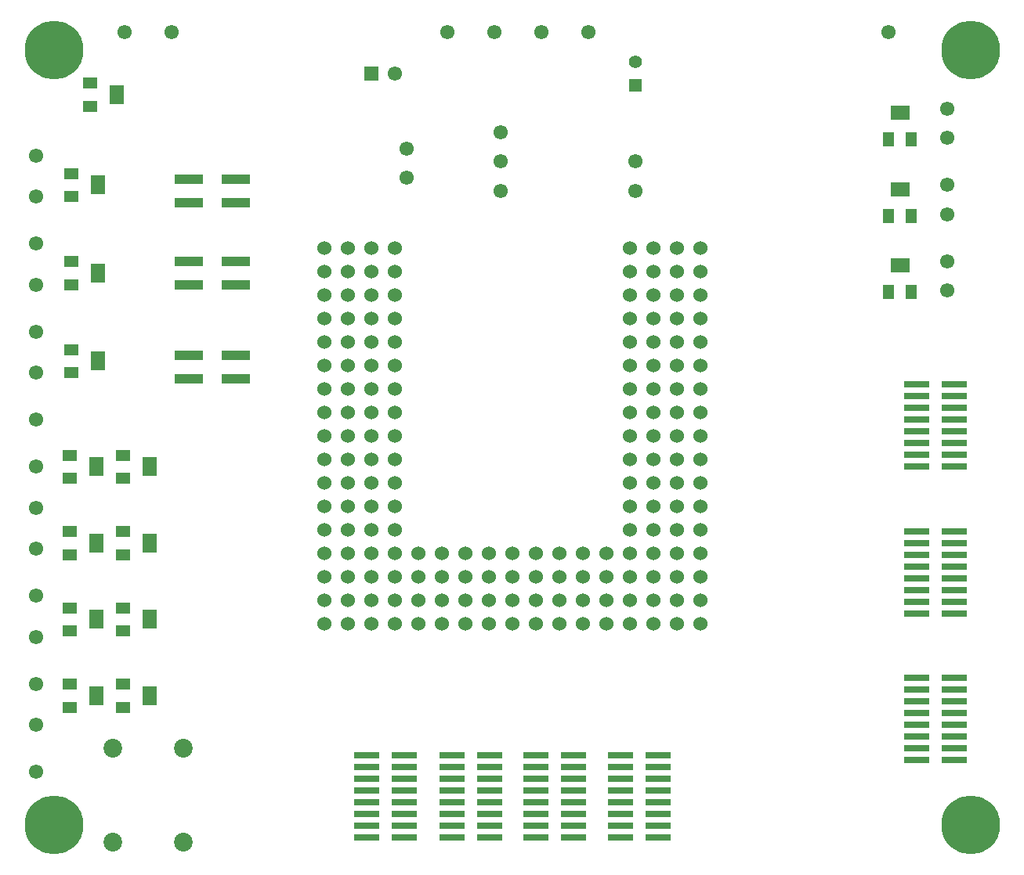
<source format=gbr>
%TF.GenerationSoftware,Altium Limited,Altium Designer,19.1.7 (138)*%
G04 Layer_Color=255*
%FSLAX26Y26*%
%MOIN*%
%TF.FileFunction,Pads,Top*%
%TF.Part,Single*%
G01*
G75*
%TA.AperFunction,SMDPad,CuDef*%
%ADD10R,0.109843X0.029134*%
%ADD11R,0.062992X0.078740*%
%ADD12R,0.062992X0.051181*%
%ADD13R,0.078740X0.062992*%
%ADD14R,0.051181X0.062992*%
%ADD15R,0.124016X0.039370*%
%TA.AperFunction,ComponentPad*%
%ADD18C,0.061024*%
%ADD19C,0.003937*%
%ADD20C,0.060000*%
%ADD21C,0.079559*%
%ADD22R,0.061024X0.061024*%
%ADD23C,0.055118*%
%ADD24R,0.055118X0.055118*%
%TA.AperFunction,ViaPad*%
%ADD25C,0.250000*%
D10*
X3199882Y1445000D02*
D03*
X3360118D02*
D03*
X3199882Y1395000D02*
D03*
X3360118D02*
D03*
X3199882Y1345000D02*
D03*
X3360118D02*
D03*
X3199882Y1295000D02*
D03*
X3360118D02*
D03*
X3199882Y1245000D02*
D03*
X3360118D02*
D03*
X3199882Y1195000D02*
D03*
X3360118D02*
D03*
X3199882Y1145000D02*
D03*
X3360118D02*
D03*
X3199882Y1095000D02*
D03*
X3360118D02*
D03*
X2480000Y1445000D02*
D03*
X2640236D02*
D03*
X2480000Y1395000D02*
D03*
X2640236D02*
D03*
X2480000Y1345000D02*
D03*
X2640236D02*
D03*
X2480000Y1295000D02*
D03*
X2640236D02*
D03*
X2480000Y1245000D02*
D03*
X2640236D02*
D03*
X2480000Y1195000D02*
D03*
X2640236D02*
D03*
X2480000Y1145000D02*
D03*
X2640236D02*
D03*
X2480000Y1095000D02*
D03*
X2640236D02*
D03*
X2844882Y1445000D02*
D03*
X3005118D02*
D03*
X2844882Y1395000D02*
D03*
X3005118D02*
D03*
X2844882Y1345000D02*
D03*
X3005118D02*
D03*
X2844882Y1295000D02*
D03*
X3005118D02*
D03*
X2844882Y1245000D02*
D03*
X3005118D02*
D03*
X2844882Y1195000D02*
D03*
X3005118D02*
D03*
X2844882Y1145000D02*
D03*
X3005118D02*
D03*
X2844882Y1095000D02*
D03*
X3005118D02*
D03*
X3559882Y1445000D02*
D03*
X3720118D02*
D03*
X3559882Y1395000D02*
D03*
X3720118D02*
D03*
X3559882Y1345000D02*
D03*
X3720118D02*
D03*
X3559882Y1295000D02*
D03*
X3720118D02*
D03*
X3559882Y1245000D02*
D03*
X3720118D02*
D03*
X3559882Y1195000D02*
D03*
X3720118D02*
D03*
X3559882Y1145000D02*
D03*
X3720118D02*
D03*
X3559882Y1095000D02*
D03*
X3720118D02*
D03*
X4980118Y2050000D02*
D03*
X4819882D02*
D03*
X4980118Y2100000D02*
D03*
X4819882D02*
D03*
X4980118Y2150000D02*
D03*
X4819882D02*
D03*
X4980118Y2200000D02*
D03*
X4819882D02*
D03*
X4980118Y2250000D02*
D03*
X4819882D02*
D03*
X4980118Y2300000D02*
D03*
X4819882D02*
D03*
X4980118Y2350000D02*
D03*
X4819882D02*
D03*
X4980118Y2400000D02*
D03*
X4819882D02*
D03*
X4980118Y1425000D02*
D03*
X4819882D02*
D03*
X4980118Y1475000D02*
D03*
X4819882D02*
D03*
X4980118Y1525000D02*
D03*
X4819882D02*
D03*
X4980118Y1575000D02*
D03*
X4819882D02*
D03*
X4980118Y1625000D02*
D03*
X4819882D02*
D03*
X4980118Y1675000D02*
D03*
X4819882D02*
D03*
X4980118Y1725000D02*
D03*
X4819882D02*
D03*
X4980118Y1775000D02*
D03*
X4819882D02*
D03*
X4819882Y3025000D02*
D03*
X4980118D02*
D03*
X4819882Y2975000D02*
D03*
X4980118D02*
D03*
X4819882Y2925000D02*
D03*
X4980118D02*
D03*
X4819882Y2875000D02*
D03*
X4980118D02*
D03*
X4819882Y2825000D02*
D03*
X4980118D02*
D03*
X4819882Y2775000D02*
D03*
X4980118D02*
D03*
X4819882Y2725000D02*
D03*
X4980118D02*
D03*
X4819882Y2675000D02*
D03*
X4980118D02*
D03*
D11*
X1557087D02*
D03*
X1417087Y4260000D02*
D03*
X1332087Y2675000D02*
D03*
X1557087Y1700000D02*
D03*
X1332087D02*
D03*
X1337087Y3875000D02*
D03*
Y3500000D02*
D03*
Y3125000D02*
D03*
X1332087Y2350000D02*
D03*
Y2025000D02*
D03*
X1557087D02*
D03*
Y2350000D02*
D03*
D12*
X1442913Y2625787D02*
D03*
Y2724213D02*
D03*
X1302913Y4210787D02*
D03*
Y4309213D02*
D03*
X1217913Y2625787D02*
D03*
Y2724213D02*
D03*
X1442913Y1650787D02*
D03*
Y1749213D02*
D03*
X1217913Y1650787D02*
D03*
Y1749213D02*
D03*
X1222913Y3825787D02*
D03*
Y3924213D02*
D03*
Y3450787D02*
D03*
Y3549213D02*
D03*
Y3075787D02*
D03*
Y3174213D02*
D03*
X1217913Y2300787D02*
D03*
Y2399213D02*
D03*
Y1975787D02*
D03*
Y2074213D02*
D03*
X1442913Y1975787D02*
D03*
Y2074213D02*
D03*
Y2300787D02*
D03*
Y2399213D02*
D03*
D13*
X4750000Y4182087D02*
D03*
Y3857087D02*
D03*
Y3532087D02*
D03*
D14*
X4799213Y4067913D02*
D03*
X4700787D02*
D03*
X4799213Y3742913D02*
D03*
X4700787D02*
D03*
X4799213Y3417913D02*
D03*
X4700787D02*
D03*
D15*
X1924409Y3800000D02*
D03*
Y3900000D02*
D03*
X1725591Y3800000D02*
D03*
Y3900000D02*
D03*
X1924409Y3050000D02*
D03*
Y3150000D02*
D03*
X1725591Y3050000D02*
D03*
Y3150000D02*
D03*
X1924409Y3450000D02*
D03*
Y3550000D02*
D03*
X1725591Y3450000D02*
D03*
Y3550000D02*
D03*
D18*
X1075000Y2125000D02*
D03*
Y1950000D02*
D03*
Y2325000D02*
D03*
X4950000Y3550000D02*
D03*
X1075000Y3825000D02*
D03*
Y4000000D02*
D03*
Y3450000D02*
D03*
Y3625000D02*
D03*
Y3075000D02*
D03*
Y3250000D02*
D03*
X3425000Y4525000D02*
D03*
X2600000Y4350000D02*
D03*
X1075000Y2500000D02*
D03*
X1450000Y4525000D02*
D03*
X1075000Y1750000D02*
D03*
Y1375000D02*
D03*
Y1575000D02*
D03*
X4950000Y3750000D02*
D03*
Y3875000D02*
D03*
Y4075000D02*
D03*
Y4200000D02*
D03*
Y3425000D02*
D03*
X1075000Y2875000D02*
D03*
Y2675000D02*
D03*
X2825000Y4525000D02*
D03*
X3025000D02*
D03*
X3225000D02*
D03*
X1650000D02*
D03*
X4700000D02*
D03*
X3625000Y3975000D02*
D03*
Y3850000D02*
D03*
X3050000D02*
D03*
Y3975000D02*
D03*
Y4100000D02*
D03*
X2650000Y3904921D02*
D03*
Y4029921D02*
D03*
D19*
X3280000Y1420000D02*
D03*
Y1120000D02*
D03*
X2560118Y1420000D02*
D03*
Y1120000D02*
D03*
X2925000Y1420000D02*
D03*
Y1120000D02*
D03*
X3640000Y1420000D02*
D03*
Y1120000D02*
D03*
X4900000Y2075000D02*
D03*
Y2375000D02*
D03*
Y1450000D02*
D03*
Y1750000D02*
D03*
X4900000Y3000000D02*
D03*
Y2700000D02*
D03*
D20*
X2300000Y2005000D02*
D03*
X2500000D02*
D03*
X2400000Y2105000D02*
D03*
Y2005000D02*
D03*
X2300000Y2105000D02*
D03*
Y2205000D02*
D03*
X2400000D02*
D03*
Y2305000D02*
D03*
X2500000D02*
D03*
X2300000Y2405000D02*
D03*
Y2505000D02*
D03*
Y2305000D02*
D03*
X2400000Y2505000D02*
D03*
Y2405000D02*
D03*
X2600000Y2005000D02*
D03*
Y2105000D02*
D03*
X2700000Y2005000D02*
D03*
X3000000D02*
D03*
X2800000D02*
D03*
X2900000D02*
D03*
X2500000Y2105000D02*
D03*
Y2205000D02*
D03*
X2700000Y2105000D02*
D03*
X2600000Y2205000D02*
D03*
X2700000D02*
D03*
X2500000Y2405000D02*
D03*
Y2505000D02*
D03*
X2600000Y2305000D02*
D03*
Y2505000D02*
D03*
Y2405000D02*
D03*
X2800000Y2105000D02*
D03*
Y2205000D02*
D03*
X2900000Y2105000D02*
D03*
Y2205000D02*
D03*
X3000000Y2105000D02*
D03*
X2800000Y2305000D02*
D03*
X2700000D02*
D03*
X3000000Y2205000D02*
D03*
X2900000Y2305000D02*
D03*
X3000000D02*
D03*
X2300000Y2605000D02*
D03*
Y2805000D02*
D03*
Y2705000D02*
D03*
Y2905000D02*
D03*
Y3105000D02*
D03*
Y3005000D02*
D03*
Y3505000D02*
D03*
Y3605000D02*
D03*
Y3205000D02*
D03*
Y3405000D02*
D03*
Y3305000D02*
D03*
X2400000Y2605000D02*
D03*
Y2705000D02*
D03*
X2500000Y2605000D02*
D03*
Y2705000D02*
D03*
X2400000Y2805000D02*
D03*
Y2905000D02*
D03*
X2500000Y2805000D02*
D03*
X2400000Y3105000D02*
D03*
Y3005000D02*
D03*
X2600000Y2705000D02*
D03*
X2500000Y2905000D02*
D03*
X2600000Y2605000D02*
D03*
Y2905000D02*
D03*
Y2805000D02*
D03*
X2500000Y3005000D02*
D03*
Y3105000D02*
D03*
X2600000Y3005000D02*
D03*
X2500000Y3205000D02*
D03*
X2600000Y3105000D02*
D03*
X2400000Y3305000D02*
D03*
Y3405000D02*
D03*
Y3205000D02*
D03*
X2500000Y3505000D02*
D03*
Y3305000D02*
D03*
X2400000Y3505000D02*
D03*
Y3605000D02*
D03*
X2500000D02*
D03*
X2600000Y3305000D02*
D03*
X2500000Y3405000D02*
D03*
X2600000Y3205000D02*
D03*
Y3505000D02*
D03*
Y3405000D02*
D03*
Y3605000D02*
D03*
X3200000Y2005000D02*
D03*
X3100000D02*
D03*
X3300000Y2105000D02*
D03*
Y2005000D02*
D03*
X3400000D02*
D03*
X3500000D02*
D03*
X3600000D02*
D03*
X3100000Y2105000D02*
D03*
Y2205000D02*
D03*
X3200000Y2105000D02*
D03*
Y2205000D02*
D03*
Y2305000D02*
D03*
X3100000D02*
D03*
X3300000Y2205000D02*
D03*
Y2305000D02*
D03*
X3400000D02*
D03*
Y2105000D02*
D03*
Y2205000D02*
D03*
X3500000Y2105000D02*
D03*
Y2205000D02*
D03*
X3600000Y2105000D02*
D03*
Y2305000D02*
D03*
X3500000D02*
D03*
X3600000Y2205000D02*
D03*
Y2505000D02*
D03*
Y2405000D02*
D03*
X3700000Y2005000D02*
D03*
Y2105000D02*
D03*
X3800000D02*
D03*
Y2005000D02*
D03*
X3900000D02*
D03*
X3700000Y2205000D02*
D03*
Y2305000D02*
D03*
X3800000Y2205000D02*
D03*
Y2305000D02*
D03*
X3900000Y2205000D02*
D03*
X3700000Y2405000D02*
D03*
Y2505000D02*
D03*
X3900000Y2305000D02*
D03*
X3800000Y2505000D02*
D03*
Y2405000D02*
D03*
X3900000Y2105000D02*
D03*
Y2405000D02*
D03*
X3600000Y2605000D02*
D03*
Y2705000D02*
D03*
X3700000D02*
D03*
Y2805000D02*
D03*
X3600000D02*
D03*
Y2905000D02*
D03*
X3700000D02*
D03*
X3600000Y3105000D02*
D03*
Y3005000D02*
D03*
X3800000Y2605000D02*
D03*
X3700000D02*
D03*
X3800000Y2705000D02*
D03*
Y2905000D02*
D03*
Y2805000D02*
D03*
X3700000Y3005000D02*
D03*
Y3105000D02*
D03*
X3800000Y3005000D02*
D03*
Y3205000D02*
D03*
Y3105000D02*
D03*
X3600000Y3205000D02*
D03*
Y3305000D02*
D03*
X3700000Y3405000D02*
D03*
X3600000D02*
D03*
Y3605000D02*
D03*
Y3505000D02*
D03*
X3700000Y3205000D02*
D03*
Y3305000D02*
D03*
X3800000D02*
D03*
X3700000Y3505000D02*
D03*
X3800000Y3405000D02*
D03*
X3700000Y3605000D02*
D03*
X3800000Y3505000D02*
D03*
Y3605000D02*
D03*
X3900000Y2505000D02*
D03*
Y2605000D02*
D03*
Y2705000D02*
D03*
Y2805000D02*
D03*
Y3005000D02*
D03*
Y2905000D02*
D03*
Y3105000D02*
D03*
Y3205000D02*
D03*
Y3405000D02*
D03*
Y3305000D02*
D03*
Y3505000D02*
D03*
Y3605000D02*
D03*
D21*
X1400000Y1475000D02*
D03*
Y1075000D02*
D03*
X1700000D02*
D03*
Y1475000D02*
D03*
D22*
X2500000Y4350000D02*
D03*
D23*
X3625000Y4400000D02*
D03*
D24*
Y4300000D02*
D03*
D25*
X1150000Y1150000D02*
D03*
Y4450000D02*
D03*
X5050000Y1150000D02*
D03*
Y4450000D02*
D03*
%TF.MD5,fe17a06de89b491e37d3bd878a40ecba*%
M02*

</source>
